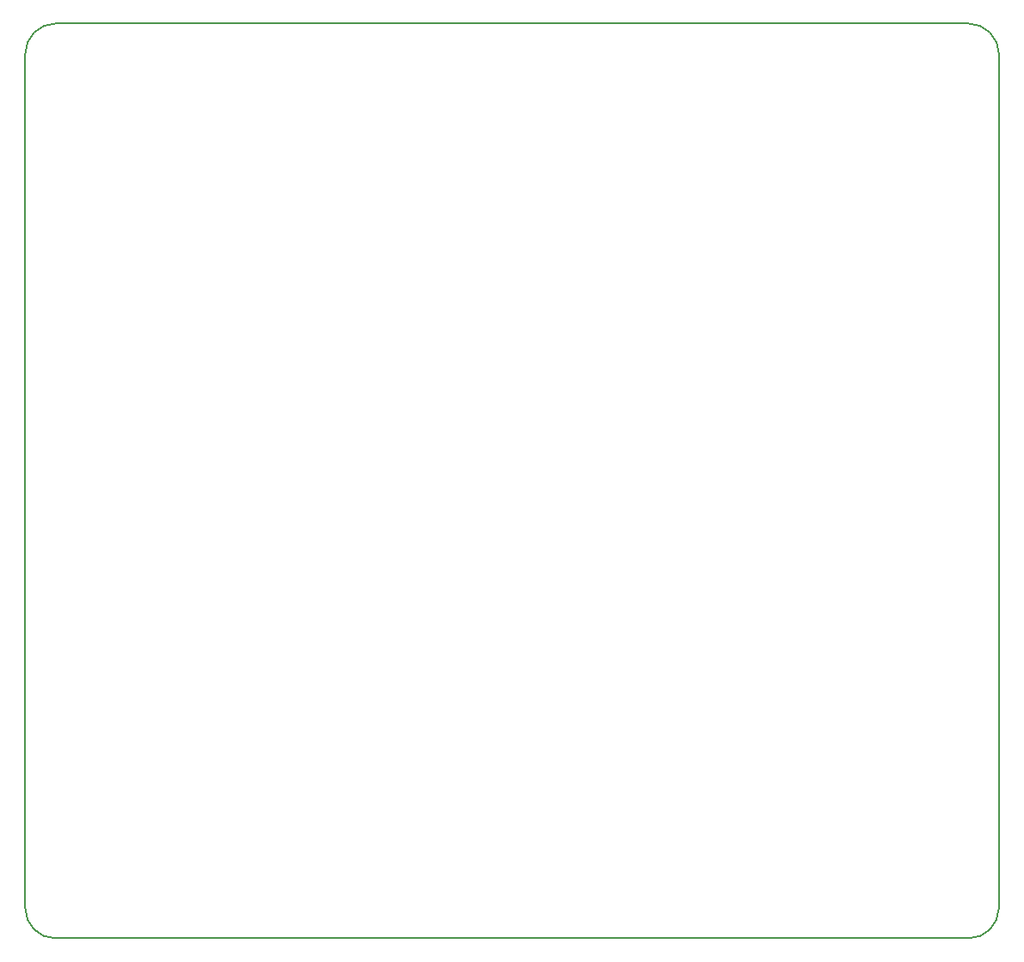
<source format=gm1>
G04 #@! TF.GenerationSoftware,KiCad,Pcbnew,(5.1.2)-1*
G04 #@! TF.CreationDate,2019-06-18T12:55:33-03:00*
G04 #@! TF.ProjectId,pcb_v1,7063625f-7631-42e6-9b69-6361645f7063,rev?*
G04 #@! TF.SameCoordinates,Original*
G04 #@! TF.FileFunction,Profile,NP*
%FSLAX46Y46*%
G04 Gerber Fmt 4.6, Leading zero omitted, Abs format (unit mm)*
G04 Created by KiCad (PCBNEW (5.1.2)-1) date 2019-06-18 12:55:33*
%MOMM*%
%LPD*%
G04 APERTURE LIST*
%ADD10C,0.150000*%
G04 APERTURE END LIST*
D10*
X50000000Y-53000000D02*
G75*
G02X53000000Y-50000000I3000000J0D01*
G01*
X142890000Y-50000000D02*
G75*
G02X145890000Y-53000000I0J-3000000D01*
G01*
X145890000Y-137170000D02*
G75*
G02X142890000Y-140170000I-3000000J0D01*
G01*
X53000000Y-140170000D02*
G75*
G02X50000000Y-137170000I0J3000000D01*
G01*
X142890000Y-140170000D02*
X53000000Y-140170000D01*
X145890000Y-137170000D02*
X145890000Y-53000000D01*
X142890000Y-50000000D02*
X53000000Y-50000000D01*
X50000000Y-53000000D02*
X50000000Y-137170000D01*
M02*

</source>
